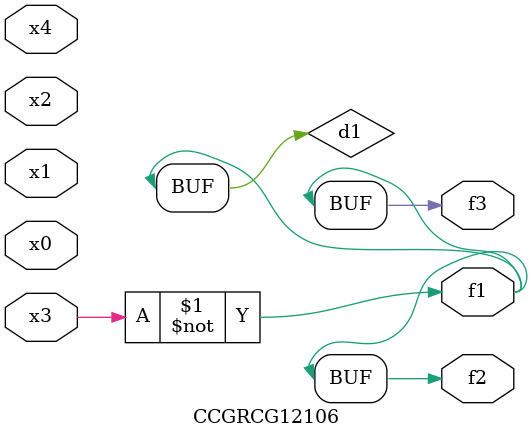
<source format=v>
module CCGRCG12106(
	input x0, x1, x2, x3, x4,
	output f1, f2, f3
);

	wire d1, d2;

	xnor (d1, x3);
	not (d2, x1);
	assign f1 = d1;
	assign f2 = d1;
	assign f3 = d1;
endmodule

</source>
